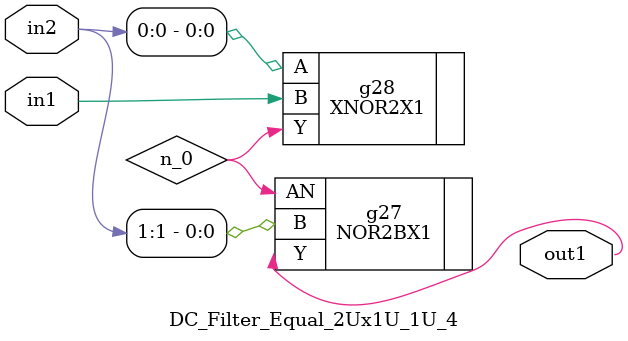
<source format=v>
`timescale 1ps / 1ps


module DC_Filter_Equal_2Ux1U_1U_4(in2, in1, out1);
  input [1:0] in2;
  input in1;
  output out1;
  wire [1:0] in2;
  wire in1;
  wire out1;
  wire n_0;
  NOR2BX1 g27(.AN (n_0), .B (in2[1]), .Y (out1));
  XNOR2X1 g28(.A (in2[0]), .B (in1), .Y (n_0));
endmodule



</source>
